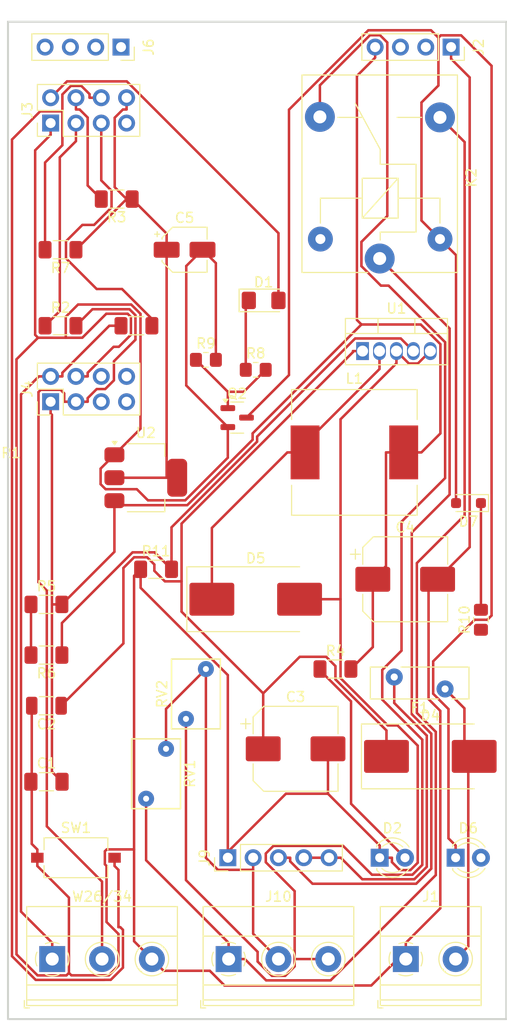
<source format=kicad_pcb>
(kicad_pcb (version 20221018) (generator pcbnew)
  (layers (0 "F.Cu" signal) (31 "B.Cu" signal) (34 "B.Paste" user) (35 "F.Paste" user) (36 "B.SilkS" user "B.Silkscreen") (37 "F.SilkS" user "F.Silkscreen") (38 "B.Mask" user) (39 "F.Mask" user) (44 "Edge.Cuts" user))
  (net 0 "")
  (net 1 "GND")
  (net 2 "+5V")
  (net 3 "12V")
  (net 4 "+3.3V")
  (net 5 "Net-(D1-K)")
  (net 6 "Net-(D1-A)")
  (net 7 "Net-(D4-A)")
  (net 8 "Net-(D5-K)")
  (net 9 "Net-(D6-K)")
  (net 10 "Net-(D6-A)")
  (net 11 "Net-(D7-K)")
  (net 12 "12VOUT")
  (net 13 "Net-(J2-Pin_2)")
  (net 15 "Net-(J3-Pin_3)")
  (net 16 "Net-(J3-Pin_4)")
  (net 17 "Net-(J3-Pin_5)")
  (net 18 "Net-(J3-Pin_6)")
  (net 19 "D1")
  (net 20 "D0")
  (net 29 "Net-(J10-Pin_2)")
  (net 30 "Net-(J9-Pin_3)")
  (net 31 "Net-(J10-Pin_1)")
  (net 32 "Net-(J10-Pin_3)")
  (net 33 "Net-(Q2-B)")
  (net 34 "Net-(D2-A)")
  (net 35 "Net-(R5-Pad1)")
  (net 36 "Net-(U1-FB)")
  (footprint "Resistor_SMD:R_1206_3216Metric_Pad1.30x1.75mm_HandSolder" (layer "F.Cu") (at 194.03 68.58)
    (fp_text reference "R1")
    (fp_text value "10K")
  )
  (footprint "Varistor:RV_Disc_D7mm_W4.9mm_P5mm" (layer "F.Cu") (at 195 116 90)
    (fp_text reference "RV1")
    (fp_text value "470KD07")
  )
  (footprint "Capacitor_SMD:C_1206_3216Metric" (layer "F.Cu") (at 185 106.68 180)
    (fp_text reference "C2")
    (fp_text value "0.1u")
  )
  (footprint "TerminalBlock_Phoenix:TerminalBlock_Phoenix_MKDS-1,5-3_1x03_P5.00mm_Horizontal" (layer "F.Cu") (at 185.58 132.08)
    (fp_text reference "W26/34")
    (fp_text value "Screw_Terminal_01x03")
  )
  (footprint "Resistor_SMD:R_0805_2012Metric_Pad1.20x1.40mm_HandSolder" (layer "F.Cu") (at 206 73)
    (fp_text reference "R8")
    (fp_text value "10K")
  )
  (footprint "Resistor_SMD:R_0805_2012Metric_Pad1.20x1.40mm_HandSolder" (layer "F.Cu") (at 228.6 98.06 90)
    (fp_text reference "R10")
    (fp_text value "330")
  )
  (footprint "Resistor_SMD:R_1206_3216Metric_Pad1.30x1.75mm_HandSolder" (layer "F.Cu") (at 185 101.6 180)
    (fp_text reference "R6")
    (fp_text value "4.7K")
  )
  (footprint "Connector_PinSocket_2.54mm:PinSocket_1x04_P2.54mm_Vertical" (layer "F.Cu") (at 192.4833 40.64 -90)
    (fp_text reference "J6")
    (fp_text value "Receptor RF")
  )
  (footprint "Connector_PinHeader_2.54mm:PinHeader_1x05_P2.54mm_Vertical" (layer "F.Cu") (at 203.2 121.92 90)
    (fp_text reference "J9")
    (fp_text value "jumpers salida")
  )
  (footprint "Connector_PinSocket_2.54mm:PinSocket_1x04_P2.54mm_Vertical" (layer "F.Cu") (at 225.6034 40.64 -90)
    (fp_text reference "J2")
    (fp_text value "Receptor RF")
  )
  (footprint "Connector_PinHeader_2.54mm:PinHeader_2x04_P2.54mm_Vertical" (layer "F.Cu") (at 185.42 76.2 90)
    (fp_text reference "J4")
    (fp_text value "Conn_02x04_Counter_Clockwise")
  )
  (footprint "Package_TO_SOT_SMD:SOT-223-3_TabPin2" (layer "F.Cu") (at 194.97 83.82)
    (fp_text reference "U2")
    (fp_text value "AMS1117-3.3")
  )
  (footprint "Package_TO_SOT_THT:TO-220-5_Vertical" (layer "F.Cu") (at 216.72 71.12)
    (fp_text reference "U1")
    (fp_text value "LM2596S-5")
  )
  (footprint "Resistor_SMD:R_1206_3216Metric_Pad1.30x1.75mm_HandSolder" (layer "F.Cu") (at 214 103)
    (fp_text reference "R4")
    (fp_text value "330")
  )
  (footprint "Diode_SMD:D_SMC_Handsoldering" (layer "F.Cu") (at 206 96)
    (fp_text reference "D5")
    (fp_text value "SS34")
  )
  (footprint "Inductor_SMD:L_12x12mm_H8mm" (layer "F.Cu") (at 215.9 81.28)
    (fp_text reference "L1")
    (fp_text value "33 uH/3.5A")
  )
  (footprint "Diode_SMD:D_1206_3216Metric_Pad1.42x1.75mm_HandSolder" (layer "F.Cu") (at 206.7925 66.04)
    (fp_text reference "D1")
    (fp_text value "1N4148")
  )
  (footprint "Resistor_SMD:R_1206_3216Metric_Pad1.30x1.75mm_HandSolder" (layer "F.Cu") (at 186.41 60.96 180)
    (fp_text reference "R7")
    (fp_text value "10K")
  )
  (footprint "Capacitor_SMD:C_1206_3216Metric_Pad1.33x1.80mm_HandSolder" (layer "F.Cu") (at 185 114.3)
    (fp_text reference "C1")
    (fp_text value "0.1u")
  )
  (footprint "Resistor_SMD:R_0805_2012Metric_Pad1.20x1.40mm_HandSolder" (layer "F.Cu") (at 201 72)
    (fp_text reference "R9")
    (fp_text value "100K")
  )
  (footprint "Resistor_SMD:R_1206_3216Metric_Pad1.30x1.75mm_HandSolder" (layer "F.Cu") (at 186.41 68.58)
    (fp_text reference "R2")
    (fp_text value "10K")
  )
  (footprint "Capacitor_SMD:CP_Elec_4x4.5" (layer "F.Cu") (at 198.86 60.96)
    (fp_text reference "C5")
    (fp_text value "10uF/16V")
  )
  (footprint "Resistor_SMD:R_1206_3216Metric_Pad1.30x1.75mm_HandSolder" (layer "F.Cu") (at 196 93)
    (fp_text reference "R11")
    (fp_text value "4.7K")
  )
  (footprint "Diode_SMD:D_SMC_Handsoldering" (layer "F.Cu") (at 223.52 111.76)
    (fp_text reference "D4")
    (fp_text value "SS34")
  )
  (footprint "Connector_PinHeader_2.54mm:PinHeader_2x04_P2.54mm_Vertical" (layer "F.Cu") (at 185.42 48.26 90)
    (fp_text reference "J3")
    (fp_text value "ESP01")
  )
  (footprint "Capacitor_SMD:CP_Elec_8x10" (layer "F.Cu") (at 210 111)
    (fp_text reference "C3")
    (fp_text value "220uF/35V")
  )
  (footprint "LED_THT:LED_D3.0mm" (layer "F.Cu") (at 218.44 121.92)
    (fp_text reference "D2")
    (fp_text value "LED")
  )
  (footprint "Button_Switch_SMD:SW_Tactile_SPST_NO_Straight_CK_PTS636Sx25SMTRLFS" (layer "F.Cu") (at 187.96 121.92)
    (fp_text reference "SW1")
    (fp_text value "RESET")
  )
  (footprint "Diode_SMD:D_SOD-323_HandSoldering" (layer "F.Cu") (at 227.35 86.36 180)
    (fp_text reference "D7")
    (fp_text value "1N4148")
  )
  (footprint "Resistor_SMD:R_1206_3216Metric_Pad1.30x1.75mm_HandSolder" (layer "F.Cu") (at 185 96.52)
    (fp_text reference "R5")
    (fp_text value "10K")
  )
  (footprint "LED_THT:LED_D3.0mm" (layer "F.Cu") (at 226.06 121.92)
    (fp_text reference "D6")
    (fp_text value "LED")
  )
  (footprint "Package_TO_SOT_SMD:SOT-23" (layer "F.Cu") (at 204.1375 77.79)
    (fp_text reference "Q2")
    (fp_text value "MMBT5551L")
  )
  (footprint "Resistor_SMD:R_1206_3216Metric_Pad1.30x1.75mm_HandSolder" (layer "F.Cu") (at 192.05 55.88 180)
    (fp_text reference "R3")
    (fp_text value "10K")
  )
  (footprint "TerminalBlock_Phoenix:TerminalBlock_Phoenix_MKDS-1,5-2_1x02_P5.00mm_Horizontal" (layer "F.Cu") (at 221.06 132.08)
    (fp_text reference "J1")
    (fp_text value "IN 12V")
  )
  (footprint "Fuse:Fuse_Bourns_MF-RHT100" (layer "F.Cu") (at 225 105 180)
    (fp_text reference "F1")
    (fp_text value "MF-R110")
  )
  (footprint "TerminalBlock_Phoenix:TerminalBlock_Phoenix_MKDS-1,5-3_1x03_P5.00mm_Horizontal" (layer "F.Cu") (at 203.28 132.08)
    (fp_text reference "J10")
    (fp_text value "OUT")
  )
  (footprint "Relay_THT:Relay_SPDT_SANYOU_SRD_Series_Form_C" (layer "F.Cu") (at 218.44 61.84 90)
    (fp_text reference "K2")
    (fp_text value "SANYOU_SRD_Form_C")
  )
  (footprint "Varistor:RV_Disc_D7mm_W4.9mm_P5mm" (layer "F.Cu") (at 201 103 -90)
    (fp_text reference "RV2")
    (fp_text value "470KD07")
  )
  (footprint "Capacitor_SMD:CP_Elec_8x10" (layer "F.Cu") (at 221 94)
    (fp_text reference "C4")
    (fp_text value "220uF/35V")
  )
  (gr_rect (start 181.14 38.1) (end 231.14 138.1) (stroke (width 0.2)) (fill none) (layer "Edge.Cuts"))
  (segment (start 191.0054 67.3767) (end 188.599 69.7831) (width 0.25) (layer "F.Cu") (net 1))
  (segment (start 218.44 121.92) (end 219.6669 121.92) (width 0.25) (layer "F.Cu") (net 1))
  (segment (start 217.5968 134.7297) (end 202.8674 134.7297) (width 0.25) (layer "F.Cu") (net 1))
  (segment (start 203.2 78.74) (end 199.0298 74.5698) (width 0.25) (layer "F.Cu") (net 1))
  (segment (start 192.2251 129.5598) (end 192.2251 132.753) (width 0.25) (layer "F.Cu") (net 1))
  (segment (start 193.1475 67.3767) (end 191.0054 67.3767) (width 0.25) (layer "F.Cu") (net 1))
  (segment (start 220.2318 108.6546) (end 222.2572 110.68) (width 0.25) (layer "F.Cu") (net 1))
  (segment (start 194.4363 78.9037) (end 191.82 81.52) (width 0.25) (layer "F.Cu") (net 1))
  (segment (start 183.867 50.9899) (end 185.42 49.4369) (width 0.25) (layer "F.Cu") (net 1))
  (segment (start 199.0298 62.5902) (end 200.66 60.96) (width 0.25) (layer "F.Cu") (net 1))
  (segment (start 191.0304 122.7454) (end 191.0304 128.3651) (width 0.25) (layer "F.Cu") (net 1))
  (segment (start 221.06 131.2665) (end 217.5968 134.7297) (width 0.25) (layer "F.Cu") (net 1))
  (segment (start 214.512 103.9144) (end 219.2521 108.6545) (width 0.25) (layer "F.Cu") (net 1))
  (segment (start 191.0304 128.3651) (end 192.2251 129.5598) (width 0.25) (layer "F.Cu") (net 1))
  (segment (start 224.5216 107.1936) (end 224.5216 126.9915) (width 0.25) (layer "F.Cu") (net 1))
  (segment (start 191.82 81.52) (end 190.4345 82.9055) (width 0.25) (layer "F.Cu") (net 1))
  (segment (start 186.9382 67.6844) (end 188.1692 66.4534) (width 0.25) (layer "F.Cu") (net 1))
  (segment (start 183.525 114.2125) (end 183.525 113.5169) (width 0.25) (layer "F.Cu") (net 1))
  (segment (start 220.12 71.12) (end 220.12 72.3469) (width 0.25) (layer "F.Cu") (net 1))
  (segment (start 223.3437 94.9063) (end 223.3437 106.0157) (width 0.25) (layer "F.Cu") (net 1))
  (segment (start 188.1692 66.4534) (end 193.5024 66.4534) (width 0.25) (layer "F.Cu") (net 1))
  (segment (start 196.7548 133.2548) (end 195.58 132.08) (width 0.25) (layer "F.Cu") (net 1))
  (segment (start 192.266 70.6913) (end 193.4769 69.4804) (width 0.25) (layer "F.Cu") (net 1))
  (segment (start 203.2 81.8121) (end 203.2 78.74) (width 0.25) (layer "F.Cu") (net 1))
  (segment (start 220.4685 123.1608) (end 219.6669 122.3592) (width 0.25) (layer "F.Cu") (net 1))
  (segment (start 201.3926 133.2548) (end 196.7548 133.2548) (width 0.25) (layer "F.Cu") (net 1))
  (segment (start 225.6034 41.8169) (end 227.4697 43.6832) (width 0.25) (layer "F.Cu") (net 1))
  (segment (start 218.44 121.92) (end 218.44 120.6931) (width 0.25) (layer "F.Cu") (net 1))
  (segment (start 188.599 69.7831) (end 186.9382 69.7831) (width 0.25) (layer "F.Cu") (net 1))
  (segment (start 200.66 60.96) (end 202 62.3) (width 0.25) (layer "F.Cu") (net 1))
  (segment (start 190.4345 82.9055) (end 190.4345 84.4663) (width 0.25) (layer "F.Cu") (net 1))
  (segment (start 213.25 115.5031) (end 209.0284 115.5031) (width 0.25) (layer "F.Cu") (net 1))
  (segment (start 183.525 120.5331) (end 184.085 121.0931) (width 0.25) (layer "F.Cu") (net 1))
  (segment (start 199.0298 74.5698) (end 199.0298 62.5902) (width 0.25) (layer "F.Cu") (net 1))
  (segment (start 193.793 121.0858) (end 191.0477 121.0858) (width 0.25) (layer "F.Cu") (net 1))
  (segment (start 213.25 111) (end 213.25 115.5031) (width 0.25) (layer "F.Cu") (net 1))
  (segment (start 203.2 121.3315) (end 203.2 103.6063) (width 0.25) (layer "F.Cu") (net 1))
  (segment (start 202.8674 134.7297) (end 201.3926 133.2549) (width 0.25) (layer "F.Cu") (net 1))
  (segment (start 213.25 115.5031) (end 218.44 120.6931) (width 0.25) (layer "F.Cu") (net 1))
  (segment (start 223.3437 106.0157) (end 224.5216 107.1936) (width 0.25) (layer "F.Cu") (net 1))
  (segment (start 221.3694 72.3694) (end 220.12 71.12) (width 0.25) (layer "F.Cu") (net 1))
  (segment (start 193.5024 66.4534) (end 194.4363 67.3873) (width 0.25) (layer "F.Cu") (net 1))
  (segment (start 203.2 121.92) (end 203.2 121.3315) (width 0.25) (layer "F.Cu") (net 1))
  (segment (start 184.1549 69.7831) (end 183.867 69.4952) (width 0.25) (layer "F.Cu") (net 1))
  (segment (start 194.0688 84.97) (end 195.1832 86.0844) (width 0.25) (layer "F.Cu") (net 1))
  (segment (start 214.512 77.9549) (end 214.512 96) (width 0.25) (layer "F.Cu") (net 1))
  (segment (start 183.525 113.5169) (end 183.525 106.68) (width 0.25) (layer "F.Cu") (net 1))
  (segment (start 192.2251 132.753) (end 191.2658 133.7123) (width 0.25) (layer "F.Cu") (net 1))
  (segment (start 184.1069 133.7177) (end 181.9943 131.6051) (width 0.25) (layer "F.Cu") (net 1))
  (segment (start 227.4697 43.6832) (end 227.4697 90.7803) (width 0.25) (layer "F.Cu") (net 1))
  (segment (start 190.8614 121.2721) (end 190.8614 122.5764) (width 0.25) (layer "F.Cu") (net 1))
  (segment (start 219.2521 108.6546) (end 220.2318 108.6546) (width 0.25) (layer "F.Cu") (net 1))
  (segment (start 223.52 71.12) (end 222.2706 72.3694) (width 0.25) (layer "F.Cu") (net 1))
  (segment (start 219.2521 108.6545) (end 219.2521 108.6546) (width 0.25) (layer "F.Cu") (net 1))
  (segment (start 187.2558 125.9177) (end 187.2558 133.4669) (width 0.25) (layer "F.Cu") (net 1))
  (segment (start 201.3926 133.2549) (end 201.3926 133.2548) (width 0.25) (layer "F.Cu") (net 1))
  (segment (start 194.45 93) (end 193.793 93.657) (width 0.25) (layer "F.Cu") (net 1))
  (segment (start 183.4375 114.3) (end 183.525 114.2125) (width 0.25) (layer "F.Cu") (net 1))
  (segment (start 198.9277 86.0844) (end 203.2 81.8121) (width 0.25) (layer "F.Cu") (net 1))
  (segment (start 224.25 94) (end 223.3437 94.9063) (width 0.25) (layer "F.Cu") (net 1))
  (segment (start 214.512 96) (end 210.4 96) (width 0.25) (layer "F.Cu") (net 1))
  (segment (start 187.5012 133.7123) (end 187.2558 133.4669) (width 0.25) (layer "F.Cu") (net 1))
  (segment (start 189.1369 73.2942) (end 191.7398 70.6913) (width 0.25) (layer "F.Cu") (net 1))
  (segment (start 193.793 130.293) (end 195.58 132.08) (width 0.25) (layer "F.Cu") (net 1))
  (segment (start 202 62.3) (end 202 72) (width 0.25) (layer "F.Cu") (net 1))
  (segment (start 187.005 133.7177) (end 184.1069 133.7177) (width 0.25) (layer "F.Cu") (net 1))
  (segment (start 222.2572 110.68) (end 222.2572 122.4229) (width 0.25) (layer "F.Cu") (net 1))
  (segment (start 183.867 69.4952) (end 183.867 50.9899) (width 0.25) (layer "F.Cu") (net 1))
  (segment (start 221.06 131.2665) (end 221.06 130.4531) (width 0.25) (layer "F.Cu") (net 1))
  (segment (start 195.1832 86.0844) (end 198.9277 86.0844) (width 0.25) (layer "F.Cu") (net 1))
  (segment (start 184.085 121.5065) (end 184.085 121.92) (width 0.25) (layer "F.Cu") (net 1))
  (segment (start 190.4345 84.4663) (end 190.9382 84.97) (width 0.25) (layer "F.Cu") (net 1))
  (segment (start 203.2 103.6063) (end 194.45 94.8563) (width 0.25) (layer "F.Cu") (net 1))
  (segment (start 191.0477 121.0858) (end 190.8614 121.2721) (width 0.25) (layer "F.Cu") (net 1))
  (segment (start 185.42 48.26) (end 185.42 49.4369) (width 0.25) (layer "F.Cu") (net 1))
  (segment (start 191.2658 133.7123) (end 187.5012 133.7123) (width 0.25) (layer "F.Cu") (net 1))
  (segment (start 193.4769 67.7061) (end 193.1475 67.3767) (width 0.25) (layer "F.Cu") (net 1))
  (segment (start 194.45 94.8563) (end 194.45 93) (width 0.25) (layer "F.Cu") (net 1))
  (segment (start 220.12 72.3469) (end 214.512 77.9549) (width 0.25) (layer "F.Cu") (net 1))
  (segment (start 189.1369 73.66) (end 189.1369 73.2942) (width 0.25) (layer "F.Cu") (net 1))
  (segment (start 224.5216 126.9915) (end 221.06 130.4531) (width 0.25) (layer "F.Cu") (net 1))
  (segment (start 191.7398 70.6913) (end 192.266 70.6913) (width 0.25) (layer "F.Cu") (net 1))
  (segment (start 227.4697 90.7803) (end 224.25 94) (width 0.25) (layer "F.Cu") (net 1))
  (segment (start 193.793 93.657) (end 193.793 121.0858) (width 0.25) (layer "F.Cu") (net 1))
  (segment (start 193.793 121.0858) (end 193.793 130.293) (width 0.25) (layer "F.Cu") (net 1))
  (segment (start 221.5193 123.1608) (end 220.4685 123.1608) (width 0.25) (layer "F.Cu") (net 1))
  (segment (start 225.6034 40.64) (end 225.6034 41.8169) (width 0.25) (layer "F.Cu") (net 1))
  (segment (start 193.4769 69.4804) (end 193.4769 67.7061) (width 0.25) (layer "F.Cu") (net 1))
  (segment (start 184.085 122.7469) (end 187.2558 125.9177) (width 0.25) (layer "F.Cu") (net 1))
  (segment (start 184.085 121.5065) (end 184.085 121.0931) (width 0.25) (layer "F.Cu") (net 1))
  (segment (start 194.4363 67.3873) (end 194.4363 78.9037) (width 0.25) (layer "F.Cu") (net 1))
  (segment (start 186.9382 69.7831) (end 184.1549 69.7831) (width 0.25) (layer "F.Cu") (net 1))
  (segment (start 214.512 96) (end 214.512 103.9144) (width 0.25) (layer "F.Cu") (net 1))
  (segment (start 184.085 121.92) (end 184.085 122.7469) (width 0.25) (layer "F.Cu") (net 1))
  (segment (start 181.9943 131.6051) (end 181.9943 71.9437) (width 0.25) (layer "F.Cu") (net 1))
  (segment (start 187.2558 133.4669) (end 187.005 133.7177) (width 0.25) (layer "F.Cu") (net 1))
  (segment (start 222.2706 72.3694) (end 221.3694 72.3694) (width 0.25) (layer "F.Cu") (net 1))
  (segment (start 222.2572 122.4229) (end 221.5193 123.1608) (width 0.25) (layer "F.Cu") (net 1))
  (segment (start 186.9382 69.7831) (end 186.9382 67.6844) (width 0.25) (layer "F.Cu") (net 1))
  (segment (start 190.9382 84.97) (end 194.0688 84.97) (width 0.25) (layer "F.Cu") (net 1))
  (segment (start 221.06 132.08) (end 221.06 131.2665) (width 0.25) (layer "F.Cu") (net 1))
  (segment (start 181.9943 71.9437) (end 184.1549 69.7831) (width 0.25) (layer "F.Cu") (net 1))
  (segment (start 209.0284 115.5031) (end 203.2 121.3315) (width 0.25) (layer "F.Cu") (net 1))
  (segment (start 187.96 73.66) (end 189.1369 73.66) (width 0.25) (layer "F.Cu") (net 1))
  (segment (start 190.8614 122.5764) (end 191.0304 122.7454) (width 0.25) (layer "F.Cu") (net 1))
  (segment (start 219.6669 122.3592) (end 219.6669 121.92) (width 0.25) (layer "F.Cu") (net 1))
  (segment (start 183.525 113.5169) (end 183.525 120.5331) (width 0.25) (layer "F.Cu") (net 1))
  (segment (start 216.1551 43.5318) (end 216.1551 68.0029) (width 0.25) (layer "F.Cu") (net 2))
  (segment (start 217.9834 40.64) (end 217.9834 41.7035) (width 0.25) (layer "F.Cu") (net 2))
  (segment (start 185.551 113.2885) (end 185.551 96.52) (width 0.25) (layer "F.Cu") (net 2))
  (segment (start 219.0731 81.28) (end 219.0731 92.6769) (width 0.25) (layer "F.Cu") (net 2))
  (segment (start 205.6889 80.012) (end 205.6889 79.3729) (width 0.25) (layer "F.Cu") (net 2))
  (segment (start 191.82 86.12) (end 191.82 91.25) (width 0.25) (layer "F.Cu") (net 2))
  (segment (start 186.55 96.52) (end 185.551 96.52) (width 0.25) (layer "F.Cu") (net 2))
  (segment (start 224.5314 79.3755) (end 222.6269 81.28) (width 0.25) (layer "F.Cu") (net 2))
  (segment (start 216.1551 68.0029) (end 216.607 68.4548) (width 0.25) (layer "F.Cu") (net 2))
  (segment (start 186.5625 114.3) (end 185.551 113.2885) (width 0.25) (layer "F.Cu") (net 2))
  (segment (start 191.82 86.12) (end 192.2734 86.5734) (width 0.25) (layer "F.Cu") (net 2))
  (segment (start 220.85 81.28) (end 219.0731 81.28) (width 0.25) (layer "F.Cu") (net 2))
  (segment (start 205.6889 79.3729) (end 216.607 68.4548) (width 0.25) (layer "F.Cu") (net 2))
  (segment (start 222.5593 68.4548) (end 224.5314 70.4269) (width 0.25) (layer "F.Cu") (net 2))
  (segment (start 199.1275 86.5734) (end 205.6889 80.012) (width 0.25) (layer "F.Cu") (net 2))
  (segment (start 216.607 68.4548) (end 222.5593 68.4548) (width 0.25) (layer "F.Cu") (net 2))
  (segment (start 185.551 77.5079) (end 185.42 77.3769) (width 0.25) (layer "F.Cu") (net 2))
  (segment (start 219.0731 92.6769) (end 217.75 94) (width 0.25) (layer "F.Cu") (net 2))
  (segment (start 192.2734 86.5734) (end 199.1275 86.5734) (width 0.25) (layer "F.Cu") (net 2))
  (segment (start 217.75 94) (end 217.75 100.8) (width 0.25) (layer "F.Cu") (net 2))
  (segment (start 220.85 81.28) (end 222.6269 81.28) (width 0.25) (layer "F.Cu") (net 2))
  (segment (start 217.9834 41.7035) (end 216.1551 43.5318) (width 0.25) (layer "F.Cu") (net 2))
  (segment (start 185.551 96.52) (end 185.551 77.5079) (width 0.25) (layer "F.Cu") (net 2))
  (segment (start 191.82 91.25) (end 186.55 96.52) (width 0.25) (layer "F.Cu") (net 2))
  (segment (start 217.75 100.8) (end 215.55 103) (width 0.25) (layer "F.Cu") (net 2))
  (segment (start 185.42 76.2) (end 185.42 77.3769) (width 0.25) (layer "F.Cu") (net 2))
  (segment (start 224.5314 70.4269) (end 224.5314 79.3755) (width 0.25) (layer "F.Cu") (net 2))
  (segment (start 213.9999 102.7036) (end 213.9999 104.0414) (width 0.25) (layer "F.Cu") (net 3))
  (segment (start 192.7223 92.8684) (end 192.7223 100.4327) (width 0.25) (layer "F.Cu") (net 3))
  (segment (start 195.1022 91.7949) (end 193.7958 91.7949) (width 0.25) (layer "F.Cu") (net 3))
  (segment (start 210.4178 101.773) (end 213.0693 101.773) (width 0.25) (layer "F.Cu") (net 3))
  (segment (start 196.8823 94.2073) (end 195.8287 93.1537) (width 0.25) (layer "F.Cu") (net 3))
  (segment (start 213.9999 104.0414) (end 218.6681 108.7096) (width 0.25) (layer "F.Cu") (net 3))
  (segment (start 198.5588 94.2073) (end 196.8823 94.2073) (width 0.25) (layer "F.Cu") (net 3))
  (segment (start 198.5588 97.2496) (end 206.75 105.4408) (width 0.25) (layer "F.Cu") (net 3))
  (segment (start 218.6681 108.7097) (end 219.1199 109.1615) (width 0.25) (layer "F.Cu") (net 3))
  (segment (start 215.7556 71.2235) (end 215.7556 71.12) (width 0.25) (layer "F.Cu") (net 3))
  (segment (start 218.6681 108.7096) (end 218.6681 108.7097) (width 0.25) (layer "F.Cu") (net 3))
  (segment (start 198.5588 94.2073) (end 198.5588 88.4203) (width 0.25) (layer "F.Cu") (net 3))
  (segment (start 198.5588 88.4203) (end 215.7556 71.2235) (width 0.25) (layer "F.Cu") (net 3))
  (segment (start 195.8287 93.1537) (end 195.8287 92.5214) (width 0.25) (layer "F.Cu") (net 3))
  (segment (start 219.1199 109.1615) (end 219.12 109.1615) (width 0.25) (layer "F.Cu") (net 3))
  (segment (start 195.8287 92.5214) (end 195.1022 91.7949) (width 0.25) (layer "F.Cu") (net 3))
  (segment (start 206.75 105.4408) (end 206.75 111) (width 0.25) (layer "F.Cu") (net 3))
  (segment (start 192.7223 100.4327) (end 186.475 106.68) (width 0.25) (layer "F.Cu") (net 3))
  (segment (start 193.7958 91.7949) (end 192.7223 92.8684) (width 0.25) (layer "F.Cu") (net 3))
  (segment (start 206.75 105.4408) (end 210.4178 101.773) (width 0.25) (layer "F.Cu") (net 3))
  (segment (start 213.0693 101.773) (end 213.9999 102.7036) (width 0.25) (layer "F.Cu") (net 3))
  (segment (start 219.12 109.1615) (end 219.12 111.76) (width 0.25) (layer "F.Cu") (net 3))
  (segment (start 198.5588 94.2073) (end 198.5588 97.2496) (width 0.25) (layer "F.Cu") (net 3))
  (segment (start 216.72 71.12) (end 215.7556 71.12) (width 0.25) (layer "F.Cu") (net 3))
  (segment (start 191.8494 47.7217) (end 192.6742 46.8969) (width 0.25) (layer "F.Cu") (net 4))
  (segment (start 197.06 83.82) (end 191.82 83.82) (width 0.25) (layer "F.Cu") (net 4))
  (segment (start 193.04 45.72) (end 193.04 46.8969) (width 0.25) (layer "F.Cu") (net 4))
  (segment (start 193.04 55.88) (end 191.8494 54.6894) (width 0.25) (layer "F.Cu") (net 4))
  (segment (start 197.06 60.96) (end 197.06 59.34) (width 0.25) (layer "F.Cu") (net 4))
  (segment (start 187.96 60.96) (end 193.04 55.88) (width 0.25) (layer "F.Cu") (net 4))
  (segment (start 193.6 55.88) (end 193.04 55.88) (width 0.25) (layer "F.Cu") (net 4))
  (segment (start 197.06 83.82) (end 197.06 60.96) (width 0.25) (layer "F.Cu") (net 4))
  (segment (start 198.12 83.82) (end 197.06 83.82) (width 0.25) (layer "F.Cu") (net 4))
  (segment (start 192.6742 46.8969) (end 193.04 46.8969) (width 0.25) (layer "F.Cu") (net 4))
  (segment (start 191.8494 54.6894) (end 191.8494 47.7217) (width 0.25) (layer "F.Cu") (net 4))
  (segment (start 197.06 59.34) (end 193.6 55.88) (width 0.25) (layer "F.Cu") (net 4))
  (segment (start 205.305 66.04) (end 205 66.345) (width 0.25) (layer "F.Cu") (net 5))
  (segment (start 205 66.345) (end 205 73) (width 0.25) (layer "F.Cu") (net 5))
  (segment (start 187.0606 44.0794) (end 193.0654 44.0794) (width 0.25) (layer "F.Cu") (net 6))
  (segment (start 193.0654 44.0794) (end 208.28 59.294) (width 0.25) (layer "F.Cu") (net 6))
  (segment (start 208.28 59.294) (end 208.28 66.04) (width 0.25) (layer "F.Cu") (net 6))
  (segment (start 185.42 45.72) (end 187.0606 44.0794) (width 0.25) (layer "F.Cu") (net 6))
  (segment (start 227.33 130.81) (end 226.06 132.08) (width 0.25) (layer "F.Cu") (net 7))
  (segment (start 226.9425 110.7825) (end 227.92 111.76) (width 0.25) (layer "F.Cu") (net 7))
  (segment (start 226.9425 106.9425) (end 225 105) (width 0.25) (layer "F.Cu") (net 7))
  (segment (start 226.9425 110.7825) (end 226.9425 106.9425) (width 0.25) (layer "F.Cu") (net 7))
  (segment (start 226.9425 110.7825) (end 227.33 111.17) (width 0.25) (layer "F.Cu") (net 7))
  (segment (start 227.33 111.17) (end 227.33 130.81) (width 0.25) (layer "F.Cu") (net 7))
  (segment (start 210.95 81.28) (end 210.0616 81.28) (width 0.25) (layer "F.Cu") (net 8))
  (segment (start 218.42 71.12) (end 218.42 72.9216) (width 0.25) (layer "F.Cu") (net 8))
  (segment (start 210.0616 81.28) (end 209.1731 81.28) (width 0.25) (layer "F.Cu") (net 8))
  (segment (start 201.6 88.8531) (end 209.1731 81.28) (width 0.25) (layer "F.Cu") (net 8))
  (segment (start 218.42 72.9216) (end 210.0616 81.28) (width 0.25) (layer "F.Cu") (net 8))
  (segment (start 201.6 96) (end 201.6 88.8531) (width 0.25) (layer "F.Cu") (net 8))
  (segment (start 222.6321 46.1964) (end 222.6321 58.0321) (width 0.25) (layer "F.Cu") (net 9))
  (segment (start 224.3334 44.4951) (end 222.6321 46.1964) (width 0.25) (layer "F.Cu") (net 9))
  (segment (start 222.6321 58.0321) (end 224.49 59.89) (width 0.25) (layer "F.Cu") (net 9))
  (segment (start 229.6669 97.6352) (end 229.6669 42.5193) (width 0.25) (layer "F.Cu") (net 9))
  (segment (start 225.3421 119.9752) (end 225.3421 107.0135) (width 0.25) (layer "F.Cu") (net 9))
  (segment (start 224.3334 39.6975) (end 224.3334 44.4951) (width 0.25) (layer "F.Cu") (net 9))
  (segment (start 217.2974 38.9553) (end 209.3381 46.9146) (width 0.25) (layer "F.Cu") (net 9))
  (segment (start 224.3334 39.6975) (end 223.5912 38.9553) (width 0.25) (layer "F.Cu") (net 9))
  (segment (start 209.3381 73.5269) (end 205.075 77.79) (width 0.25) (layer "F.Cu") (net 9))
  (segment (start 229.2421 98.06) (end 229.6669 97.6352) (width 0.25) (layer "F.Cu") (net 9))
  (segment (start 209.3381 46.9146) (end 209.3381 73.5269) (width 0.25) (layer "F.Cu") (net 9))
  (segment (start 226.06 121.92) (end 226.06 120.6931) (width 0.25) (layer "F.Cu") (net 9))
  (segment (start 226.6106 39.463) (end 224.5679 39.463) (width 0.25) (layer "F.Cu") (net 9))
  (segment (start 229.6669 42.5193) (end 226.6106 39.463) (width 0.25) (layer "F.Cu") (net 9))
  (segment (start 223.8076 102.227) (end 227.9746 98.06) (width 0.25) (layer "F.Cu") (net 9))
  (segment (start 223.8076 105.479) (end 223.8076 102.227) (width 0.25) (layer "F.Cu") (net 9))
  (segment (start 227.9746 98.06) (end 229.2421 98.06) (width 0.25) (layer "F.Cu") (net 9))
  (segment (start 226.1 61.5) (end 224.49 59.89) (width 0.25) (layer "F.Cu") (net 9))
  (segment (start 223.5912 38.9553) (end 217.2974 38.9553) (width 0.25) (layer "F.Cu") (net 9))
  (segment (start 225.3421 107.0135) (end 223.8076 105.479) (width 0.25) (layer "F.Cu") (net 9))
  (segment (start 226.1 86.36) (end 226.1 61.5) (width 0.25) (layer "F.Cu") (net 9))
  (segment (start 224.5679 39.463) (end 224.3334 39.6975) (width 0.25) (layer "F.Cu") (net 9))
  (segment (start 226.06 120.6931) (end 225.3421 119.9752) (width 0.25) (layer "F.Cu") (net 9))
  (segment (start 228.6 97.06) (end 228.6 86.36) (width 0.25) (layer "F.Cu") (net 11))
  (segment (start 213.36 121.92) (end 214.5369 121.92) (width 0.25) (layer "F.Cu") (net 12))
  (segment (start 216.6951 124.0782) (end 221.9147 124.0782) (width 0.25) (layer "F.Cu") (net 12))
  (segment (start 223.1659 109.6715) (end 219.9 106.4056) (width 0.25) (layer "F.Cu") (net 12))
  (segment (start 223.1659 122.827) (end 223.1659 109.6715) (width 0.25) (layer "F.Cu") (net 12))
  (segment (start 214.5369 121.92) (end 216.6951 124.0782) (width 0.25) (layer "F.Cu") (net 12))
  (segment (start 210.82 121.92) (end 213.36 121.92) (width 0.25) (layer "F.Cu") (net 12))
  (segment (start 221.9147 124.0782) (end 223.1659 122.827) (width 0.25) (layer "F.Cu") (net 12))
  (segment (start 219.9 106.4056) (end 219.9 103.8) (width 0.25) (layer "F.Cu") (net 12))
  (segment (start 186.3392 51.6968) (end 187.96 50.076) (width 0.25) (layer "F.Cu") (net 15))
  (segment (start 187.96 48.26) (end 187.96 49.4369) (width 0.25) (layer "F.Cu") (net 15))
  (segment (start 186.3392 67.1008) (end 186.3392 51.6968) (width 0.25) (layer "F.Cu") (net 15))
  (segment (start 184.86 68.58) (end 186.3392 67.1008) (width 0.25) (layer "F.Cu") (net 15))
  (segment (start 187.96 50.076) (end 187.96 49.4369) (width 0.25) (layer "F.Cu") (net 15))
  (segment (start 189.1369 54.5169) (end 190.5 55.88) (width 0.25) (layer "F.Cu") (net 16))
  (segment (start 189.1369 47.7059) (end 189.1369 54.5169) (width 0.25) (layer "F.Cu") (net 16))
  (segment (start 187.96 45.72) (end 187.96 46.8969) (width 0.25) (layer "F.Cu") (net 16))
  (segment (start 188.3279 46.8969) (end 189.1369 47.7059) (width 0.25) (layer "F.Cu") (net 16))
  (segment (start 187.96 46.8969) (end 188.3279 46.8969) (width 0.25) (layer "F.Cu") (net 16))
  (segment (start 195.58 68.58) (end 195.58 67.8919) (width 0.25) (layer "F.Cu") (net 17))
  (segment (start 186.9599 60.1164) (end 188.6072 58.4691) (width 0.25) (layer "F.Cu") (net 17))
  (segment (start 191.5324 55.0409) (end 190.5 54.0085) (width 0.25) (layer "F.Cu") (net 17))
  (segment (start 192.5859 64.8978) (end 190.0397 64.8978) (width 0.25) (layer "F.Cu") (net 17))
  (segment (start 195.58 67.8919) (end 192.5859 64.8978) (width 0.25) (layer "F.Cu") (net 17))
  (segment (start 188.6072 58.4691) (end 189.7824 58.4691) (width 0.25) (layer "F.Cu") (net 17))
  (segment (start 191.5324 56.7191) (end 191.5324 55.0409) (width 0.25) (layer "F.Cu") (net 17))
  (segment (start 190.0397 64.8978) (end 186.9599 61.818) (width 0.25) (layer "F.Cu") (net 17))
  (segment (start 186.9599 61.818) (end 186.9599 60.1164) (width 0.25) (layer "F.Cu") (net 17))
  (segment (start 190.5 54.0085) (end 190.5 48.26) (width 0.25) (layer "F.Cu") (net 17))
  (segment (start 189.7824 58.4691) (end 191.5324 56.7191) (width 0.25) (layer "F.Cu") (net 17))
  (segment (start 181.5424 49.9098) (end 181.5424 131.7923) (width 0.25) (layer "F.Cu") (net 18))
  (segment (start 184.86 60.96) (end 184.86 52.2186) (width 0.25) (layer "F.Cu") (net 18))
  (segment (start 190.8085 134.1696) (end 190.8139 134.1642) (width 0.25) (layer "F.Cu") (net 18))
  (segment (start 184.3691 47.0831) (end 181.5424 49.9098) (width 0.25) (layer "F.Cu") (net 18))
  (segment (start 183.9197 134.1696) (end 187.3194 134.1696) (width 0.25) (layer "F.Cu") (net 18))
  (segment (start 191.453 134.1642) (end 192.677 132.9402) (width 0.25) (layer "F.Cu") (net 18))
  (segment (start 187.3194 134.1696) (end 187.3209 134.1711) (width 0.25) (layer "F.Cu") (net 18))
  (segment (start 190.8139 134.1642) (end 191.453 134.1642) (width 0.25) (layer "F.Cu") (net 18))
  (segment (start 192.677 132.9402) (end 192.677 129.1476) (width 0.25) (layer "F.Cu") (net 18))
  (segment (start 187.4524 44.534) (end 188.5029 44.534) (width 0.25) (layer "F.Cu") (net 18))
  (segment (start 188.5029 44.534) (end 189.3231 45.3542) (width 0.25) (layer "F.Cu") (net 18))
  (segment (start 186.5969 50.4817) (end 186.5969 47.0831) (width 0.25) (layer "F.Cu") (net 18))
  (segment (start 192.2251 128.8829) (end 192.2251 123.137) (width 0.25) (layer "F.Cu") (net 18))
  (segment (start 192.2251 123.137) (end 191.835 122.7469) (width 0.25) (layer "F.Cu") (net 18))
  (segment (start 190.4126 134.1711) (end 190.4141 134.1696) (width 0.25) (layer "F.Cu") (net 18))
  (segment (start 189.3231 45.3542) (end 189.3231 45.72) (width 0.25) (layer "F.Cu") (net 18))
  (segment (start 184.86 52.2186) (end 186.5969 50.4817) (width 0.25) (layer "F.Cu") (net 18))
  (segment (start 192.4123 128.8829) (end 192.2251 128.8829) (width 0.25) (layer "F.Cu") (net 18))
  (segment (start 192.677 129.1476) (end 192.4123 128.8829) (width 0.25) (layer "F.Cu") (net 18))
  (segment (start 186.5969 47.0831) (end 186.5969 45.3895) (width 0.25) (layer "F.Cu") (net 18))
  (segment (start 181.5424 131.7923) (end 183.9197 134.1696) (width 0.25) (layer "F.Cu") (net 18))
  (segment (start 187.3209 134.1711) (end 190.4126 134.1711) (width 0.25) (layer "F.Cu") (net 18))
  (segment (start 186.5969 47.0831) (end 184.3691 47.0831) (width 0.25) (layer "F.Cu") (net 18))
  (segment (start 190.5 45.72) (end 189.3231 45.72) (width 0.25) (layer "F.Cu") (net 18))
  (segment (start 190.4141 134.1696) (end 190.8085 134.1696) (width 0.25) (layer "F.Cu") (net 18))
  (segment (start 191.835 121.92) (end 191.835 122.7469) (width 0.25) (layer "F.Cu") (net 18))
  (segment (start 186.5969 45.3895) (end 187.4524 44.534) (width 0.25) (layer "F.Cu") (net 18))
  (segment (start 185.42 73.66) (end 184.2431 73.66) (width 0.25) (layer "F.Cu") (net 19))
  (segment (start 182.4462 75.4569) (end 184.2431 73.66) (width 0.25) (layer "F.Cu") (net 19))
  (segment (start 186.5969 73.66) (end 186.5969 73.2922) (width 0.25) (layer "F.Cu") (net 19))
  (segment (start 185.42 73.66) (end 186.5969 73.66) (width 0.25) (layer "F.Cu") (net 19))
  (segment (start 182.4462 127.3193) (end 182.4462 75.4569) (width 0.25) (layer "F.Cu") (net 19))
  (segment (start 185.58 132.08) (end 185.58 130.4531) (width 0.25) (layer "F.Cu") (net 19))
  (segment (start 185.58 130.4531) (end 182.4462 127.3193) (width 0.25) (layer "F.Cu") (net 19))
  (segment (start 191.3091 68.58) (end 192.48 68.58) (width 0.25) (layer "F.Cu") (net 19))
  (segment (start 186.5969 73.2922) (end 191.3091 68.58) (width 0.25) (layer "F.Cu") (net 19))
  (segment (start 193.9303 69.9846) (end 191.7707 72.1442) (width 0.25) (layer "F.Cu") (net 20))
  (segment (start 184.2011 75.228) (end 184.2011 94.2956) (width 0.25) (layer "F.Cu") (net 20))
  (segment (start 187.96 76.2) (end 189.1369 76.2) (width 0.25) (layer "F.Cu") (net 20))
  (segment (start 191.7707 74.0559) (end 190.8975 74.9291) (width 0.25) (layer "F.Cu") (net 20))
  (segment (start 186.7831 75.3677) (end 186.4199 75.0045) (width 0.25) (layer "F.Cu") (net 20))
  (segment (start 193.9303 67.5204) (end 193.9303 69.9846) (width 0.25) (layer "F.Cu") (net 20))
  (segment (start 190.8975 74.9291) (end 190.042 74.9291) (width 0.25) (layer "F.Cu") (net 20))
  (segment (start 187.96 76.2) (end 186.7831 76.2) (width 0.25) (layer "F.Cu") (net 20))
  (segment (start 191.7707 72.1442) (end 191.7707 74.0559) (width 0.25) (layer "F.Cu") (net 20))
  (segment (start 186.7831 76.2) (end 186.7831 75.3677) (width 0.25) (layer "F.Cu") (net 20))
  (segment (start 184.4246 75.0045) (end 184.2011 75.228) (width 0.25) (layer "F.Cu") (net 20))
  (segment (start 187.96 68.58) (end 189.6152 66.9248) (width 0.25) (layer "F.Cu") (net 20))
  (segment (start 190.58 128.5539) (end 190.58 132.08) (width 0.25) (layer "F.Cu") (net 20))
  (segment (start 193.3347 66.9248) (end 193.9303 67.5204) (width 0.25) (layer "F.Cu") (net 20))
  (segment (start 190.5785 124.3137) (end 190.5785 128.5524) (width 0.25) (layer "F.Cu") (net 20))
  (segment (start 185.0354 118.7706) (end 190.5785 124.3137) (width 0.25) (layer "F.Cu") (net 20))
  (segment (start 189.6152 66.9248) (end 193.3347 66.9248) (width 0.25) (layer "F.Cu") (net 20))
  (segment (start 190.042 74.9291) (end 189.1369 75.8342) (width 0.25) (layer "F.Cu") (net 20))
  (segment (start 190.5785 128.5524) (end 190.58 128.5539) (width 0.25) (layer "F.Cu") (net 20))
  (segment (start 185.0354 95.1299) (end 185.0354 118.7706) (width 0.25) (layer "F.Cu") (net 20))
  (segment (start 189.1369 75.8342) (end 189.1369 76.2) (width 0.25) (layer "F.Cu") (net 20))
  (segment (start 186.4199 75.0045) (end 184.4246 75.0045) (width 0.25) (layer "F.Cu") (net 20))
  (segment (start 184.2011 94.2956) (end 185.0354 95.1299) (width 0.25) (layer "F.Cu") (net 20))
  (segment (start 205.74 123.1342) (end 202.2016 123.1342) (width 0.25) (layer "F.Cu") (net 29))
  (segment (start 205.74 123.1342) (end 205.74 129.54) (width 0.25) (layer "F.Cu") (net 29))
  (segment (start 201 121.9326) (end 201 103) (width 0.25) (layer "F.Cu") (net 29))
  (segment (start 197 107) (end 197 111) (width 0.25) (layer "F.Cu") (net 29))
  (segment (start 205.74 121.92) (end 205.74 123.1342) (width 0.25) (layer "F.Cu") (net 29))
  (segment (start 201 103) (end 197 107) (width 0.25) (layer "F.Cu") (net 29))
  (segment (start 202.2016 123.1342) (end 201 121.9326) (width 0.25) (layer "F.Cu") (net 29))
  (segment (start 205.74 129.54) (end 208.28 132.08) (width 0.25) (layer "F.Cu") (net 29))
  (segment (start 209.4569 122.2878) (end 211.6992 124.5301) (width 0.25) (layer "F.Cu") (net 30))
  (segment (start 222.1019 124.5301) (end 223.6178 123.0142) (width 0.25) (layer "F.Cu") (net 30))
  (segment (start 225.4564 85.5111) (end 225.4564 68.8564) (width 0.25) (layer "F.Cu") (net 30))
  (segment (start 225.4564 68.8564) (end 218.44 61.84) (width 0.25) (layer "F.Cu") (net 30))
  (segment (start 221.6605 107.5269) (end 221.6605 89.307) (width 0.25) (layer "F.Cu") (net 30))
  (segment (start 223.6178 109.4842) (end 221.6605 107.5269) (width 0.25) (layer "F.Cu") (net 30))
  (segment (start 208.28 121.92) (end 209.4569 121.92) (width 0.25) (layer "F.Cu") (net 30))
  (segment (start 221.6605 89.307) (end 225.4564 85.5111) (width 0.25) (layer "F.Cu") (net 30))
  (segment (start 211.6992 124.5301) (end 222.1019 124.5301) (width 0.25) (layer "F.Cu") (net 30))
  (segment (start 223.6178 123.0142) (end 223.6178 109.4842) (width 0.25) (layer "F.Cu") (net 30))
  (segment (start 209.4569 121.92) (end 209.4569 122.2878) (width 0.25) (layer "F.Cu") (net 30))
  (segment (start 222.1687 107.396) (end 222.1687 92.3796) (width 0.25) (layer "F.Cu") (net 31))
  (segment (start 226.9635 50.1635) (end 224.49 47.69) (width 0.25) (layer "F.Cu") (net 31))
  (segment (start 203.28 132.08) (end 203.28 130.4531) (width 0.25) (layer "F.Cu") (net 31))
  (segment (start 226.9635 87.5848) (end 226.9635 50.1635) (width 0.25) (layer "F.Cu") (net 31))
  (segment (start 213.5148 134.2162) (end 224.0697 123.6613) (width 0.25) (layer "F.Cu") (net 31))
  (segment (start 203.28 130.4531) (end 195 122.1731) (width 0.25) (layer "F.Cu") (net 31))
  (segment (start 224.0697 109.297) (end 222.1687 107.396) (width 0.25) (layer "F.Cu") (net 31))
  (segment (start 195 122.1731) (end 195 116) (width 0.25) (layer "F.Cu") (net 31))
  (segment (start 203.28 132.08) (end 204.9069 132.08) (width 0.25) (layer "F.Cu") (net 31))
  (segment (start 207.0431 134.2162) (end 213.5148 134.2162) (width 0.25) (layer "F.Cu") (net 31))
  (segment (start 224.0697 123.6613) (end 224.0697 109.297) (width 0.25) (layer "F.Cu") (net 31))
  (segment (start 204.9069 132.08) (end 207.0431 134.2162) (width 0.25) (layer "F.Cu") (net 31))
  (segment (start 222.1687 92.3796) (end 226.9635 87.5848) (width 0.25) (layer "F.Cu") (net 31))
  (segment (start 221.7275 123.6263) (end 217.665 123.6263) (width 0.25) (layer "F.Cu") (net 32))
  (segment (start 208.961 133.7617) (end 207.6219 133.7617) (width 0.25) (layer "F.Cu") (net 32))
  (segment (start 225.0045 70.2291) (end 225.0045 83.855) (width 0.25) (layer "F.Cu") (net 32))
  (segment (start 225.0045 83.855) (end 220.6298 88.2297) (width 0.25) (layer "F.Cu") (net 32))
  (segment (start 207.01 121.4978) (end 207.01 122.3726) (width 0.25) (layer "F.Cu") (net 32))
  (segment (start 222.714 122.6398) (end 221.7275 123.6263) (width 0.25) (layer "F.Cu") (net 32))
  (segment (start 220.6298 101.16) (end 218.6971 103.0927) (width 0.25) (layer "F.Cu") (net 32))
  (segment (start 212.44 44.4736) (end 217.4602 39.4534) (width 0.25) (layer "F.Cu") (net 32))
  (segment (start 206.1901 132.3299) (end 206.1901 131.3551) (width 0.25) (layer "F.Cu") (net 32))
  (segment (start 219.2029 57.577) (end 216.607 60.1729) (width 0.25) (layer "F.Cu") (net 32))
  (segment (start 218.5621 64.5579) (end 219.3333 64.5579) (width 0.25) (layer "F.Cu") (net 32))
  (segment (start 217.665 123.6263) (end 214.7727 120.734) (width 0.25) (layer "F.Cu") (net 32))
  (segment (start 217.4602 39.4534) (end 218.4785 39.4534) (width 0.25) (layer "F.Cu") (net 32))
  (segment (start 219.2029 40.1778) (end 219.2029 57.577) (width 0.25) (layer "F.Cu") (net 32))
  (segment (start 222.714 110.0836) (end 222.714 122.6398) (width 0.25) (layer "F.Cu") (net 32))
  (segment (start 207.7738 120.734) (end 207.01 121.4978) (width 0.25) (layer "F.Cu") (net 32))
  (segment (start 213.28 132.08) (end 209.9069 132.08) (width 0.25) (layer "F.Cu") (net 32))
  (segment (start 199 124.165) (end 199 108) (width 0.25) (layer "F.Cu") (net 32))
  (segment (start 218.4785 39.4534) (end 219.2029 40.1778) (width 0.25) (layer "F.Cu") (net 32))
  (segment (start 218.6971 103.0927) (end 218.6971 106.0667) (width 0.25) (layer "F.Cu") (net 32))
  (segment (start 214.7727 120.734) (end 207.7738 120.734) (width 0.25) (layer "F.Cu") (net 32))
  (segment (start 218.6971 106.0667) (end 222.714 110.0836) (width 0.25) (layer "F.Cu") (net 32))
  (segment (start 216.607 62.6028) (end 218.5621 64.5579) (width 0.25) (layer "F.Cu") (net 32))
  (segment (start 219.3333 64.5579) (end 225.0045 70.2291) (width 0.25) (layer "F.Cu") (net 32))
  (segment (start 209.9069 132.08) (end 209.9069 132.8158) (width 0.25) (layer "F.Cu") (net 32))
  (segment (start 220.6298 88.2297) (end 220.6298 101.16) (width 0.25) (layer "F.Cu") (net 32))
  (segment (start 212.44 47.64) (end 212.44 44.4736) (width 0.25) (layer "F.Cu") (net 32))
  (segment (start 207.01 122.3726) (end 209.9069 125.2695) (width 0.25) (layer "F.Cu") (net 32))
  (segment (start 216.607 60.1729) (end 216.607 62.6028) (width 0.25) (layer "F.Cu") (net 32))
  (segment (start 206.1901 131.3551) (end 199 124.165) (width 0.25) (layer "F.Cu") (net 32))
  (segment (start 207.6219 133.7617) (end 206.1901 132.3299) (width 0.25) (layer "F.Cu") (net 32))
  (segment (start 209.9069 132.8158) (end 208.961 133.7617) (width 0.25) (layer "F.Cu") (net 32))
  (segment (start 209.9069 125.2695) (end 209.9069 132.08) (width 0.25) (layer "F.Cu") (net 32))
  (segment (start 207 73) (end 204.8 75.2) (width 0.25) (layer "F.Cu") (net 33))
  (segment (start 204.8 75.2) (end 203.2 75.2) (width 0.25) (layer "F.Cu") (net 33))
  (segment (start 203.2 75.2) (end 203.2 76.84) (width 0.25) (layer "F.Cu") (net 33))
  (segment (start 200 72) (end 203.2 75.2) (width 0.25) (layer "F.Cu") (net 33))
  (segment (start 215.5659 116.5059) (end 220.98 121.92) (width 0.25) (layer "F.Cu") (net 34))
  (segment (start 212.45 103.1306) (end 215.5659 106.2465) (width 0.25) (layer "F.Cu") (net 34))
  (segment (start 215.5659 106.2465) (end 215.5659 116.5059) (width 0.25) (layer "F.Cu") (net 34))
  (segment (start 212.45 103) (end 212.45 103.1306) (width 0.25) (layer "F.Cu") (net 34))
  (segment (start 183.45 96.52) (end 183.45 101.6) (width 0.25) (layer "F.Cu") (net 35))
  (segment (start 215.9757 69.857) (end 220.557 69.857) (width 0.25) (layer "F.Cu") (net 36))
  (segment (start 197.55 88.79) (end 206.1408 80.1992) (width 0.25) (layer "F.Cu") (net 36))
  (segment (start 193.6406 91.2993) (end 195.8493 91.2993) (width 0.25) (layer "F.Cu") (net 36))
  (segment (start 197.55 93) (end 197.55 88.79) (width 0.25) (layer "F.Cu") (net 36))
  (segment (start 186.55 101.6) (end 186.55 98.3899) (width 0.25) (layer "F.Cu") (net 36))
  (segment (start 186.55 98.3899) (end 193.6406 91.2993) (width 0.25) (layer "F.Cu") (net 36))
  (segment (start 206.1408 79.6919) (end 215.9757 69.857) (width 0.25) (layer "F.Cu") (net 36))
  (segment (start 206.1408 80.1992) (end 206.1408 79.6919) (width 0.25) (layer "F.Cu") (net 36))
  (segment (start 220.557 69.857) (end 221.82 71.12) (width 0.25) (layer "F.Cu") (net 36))
  (segment (start 195.8493 91.2993) (end 197.55 93) (width 0.25) (layer "F.Cu") (net 36))
)
</source>
